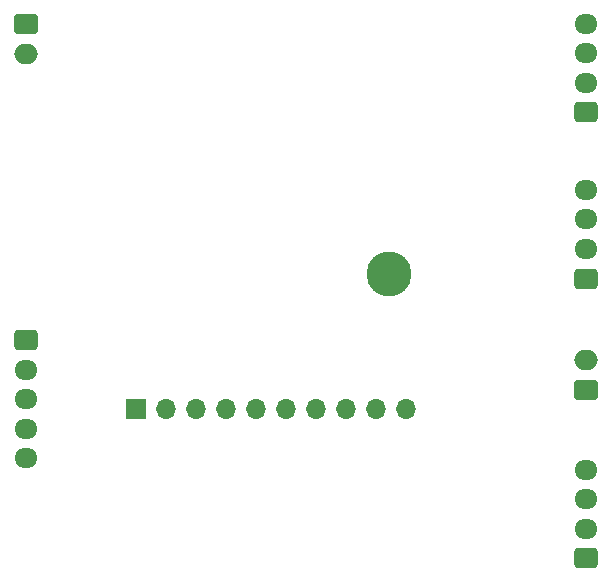
<source format=gbr>
%TF.GenerationSoftware,KiCad,Pcbnew,5.99.0-unknown-5c21f93803~130~ubuntu20.04.1*%
%TF.CreationDate,2021-06-27T12:50:21+02:00*%
%TF.ProjectId,ESP32-Reflow,45535033-322d-4526-9566-6c6f772e6b69,rev?*%
%TF.SameCoordinates,Original*%
%TF.FileFunction,Soldermask,Bot*%
%TF.FilePolarity,Negative*%
%FSLAX46Y46*%
G04 Gerber Fmt 4.6, Leading zero omitted, Abs format (unit mm)*
G04 Created by KiCad (PCBNEW 5.99.0-unknown-5c21f93803~130~ubuntu20.04.1) date 2021-06-27 12:50:21*
%MOMM*%
%LPD*%
G01*
G04 APERTURE LIST*
G04 Aperture macros list*
%AMRoundRect*
0 Rectangle with rounded corners*
0 $1 Rounding radius*
0 $2 $3 $4 $5 $6 $7 $8 $9 X,Y pos of 4 corners*
0 Add a 4 corners polygon primitive as box body*
4,1,4,$2,$3,$4,$5,$6,$7,$8,$9,$2,$3,0*
0 Add four circle primitives for the rounded corners*
1,1,$1+$1,$2,$3*
1,1,$1+$1,$4,$5*
1,1,$1+$1,$6,$7*
1,1,$1+$1,$8,$9*
0 Add four rect primitives between the rounded corners*
20,1,$1+$1,$2,$3,$4,$5,0*
20,1,$1+$1,$4,$5,$6,$7,0*
20,1,$1+$1,$6,$7,$8,$9,0*
20,1,$1+$1,$8,$9,$2,$3,0*%
G04 Aperture macros list end*
%ADD10C,3.800000*%
%ADD11O,1.950000X1.700000*%
%ADD12RoundRect,0.250000X-0.725000X0.600000X-0.725000X-0.600000X0.725000X-0.600000X0.725000X0.600000X0*%
%ADD13RoundRect,0.250000X0.725000X-0.600000X0.725000X0.600000X-0.725000X0.600000X-0.725000X-0.600000X0*%
%ADD14RoundRect,0.250000X-0.750000X0.600000X-0.750000X-0.600000X0.750000X-0.600000X0.750000X0.600000X0*%
%ADD15O,2.000000X1.700000*%
%ADD16RoundRect,0.250000X0.750000X-0.600000X0.750000X0.600000X-0.750000X0.600000X-0.750000X-0.600000X0*%
%ADD17O,1.700000X1.700000*%
%ADD18R,1.700000X1.700000*%
G04 APERTURE END LIST*
D10*
%TO.C,REF\u002A\u002A*%
X139000000Y-100200000D03*
%TD*%
D11*
%TO.C,J7*%
X108325000Y-115800000D03*
X108325000Y-113300000D03*
X108325000Y-110800000D03*
X108325000Y-108300000D03*
D12*
X108325000Y-105800000D03*
%TD*%
D13*
%TO.C,J6*%
X155675000Y-124250000D03*
D11*
X155675000Y-121750000D03*
X155675000Y-119250000D03*
X155675000Y-116750000D03*
%TD*%
D13*
%TO.C,J5*%
X155740000Y-86520000D03*
D11*
X155740000Y-84020000D03*
X155740000Y-81520000D03*
X155740000Y-79020000D03*
%TD*%
D13*
%TO.C,J4*%
X155745000Y-100580000D03*
D11*
X155745000Y-98080000D03*
X155745000Y-95580000D03*
X155745000Y-93080000D03*
%TD*%
D14*
%TO.C,J3*%
X108325000Y-79050000D03*
D15*
X108325000Y-81550000D03*
%TD*%
D16*
%TO.C,J2*%
X155700000Y-110000000D03*
D15*
X155700000Y-107500000D03*
%TD*%
D17*
%TO.C,J1*%
X140435000Y-111600000D03*
X137895000Y-111600000D03*
X135355000Y-111600000D03*
X132815000Y-111600000D03*
X130275000Y-111600000D03*
X127735000Y-111600000D03*
X125195000Y-111600000D03*
X122655000Y-111600000D03*
X120115000Y-111600000D03*
D18*
X117575000Y-111600000D03*
%TD*%
M02*

</source>
